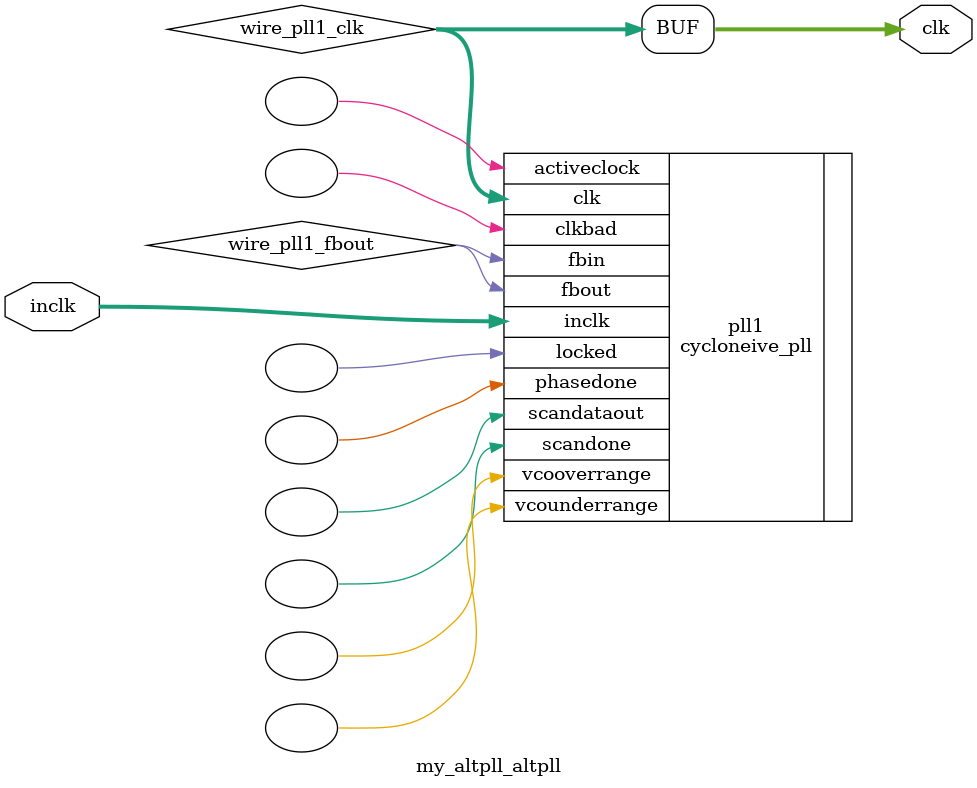
<source format=v>






//synthesis_resources = cycloneive_pll 1 
//synopsys translate_off
`timescale 1 ps / 1 ps
//synopsys translate_on
module  my_altpll_altpll
	( 
	clk,
	inclk) /* synthesis synthesis_clearbox=1 */;
	output   [4:0]  clk;
	input   [1:0]  inclk;
`ifndef ALTERA_RESERVED_QIS
// synopsys translate_off
`endif
	tri0   [1:0]  inclk;
`ifndef ALTERA_RESERVED_QIS
// synopsys translate_on
`endif

	wire  [4:0]   wire_pll1_clk;
	wire  wire_pll1_fbout;

	cycloneive_pll   pll1
	( 
	.activeclock(),
	.clk(wire_pll1_clk),
	.clkbad(),
	.fbin(wire_pll1_fbout),
	.fbout(wire_pll1_fbout),
	.inclk(inclk),
	.locked(),
	.phasedone(),
	.scandataout(),
	.scandone(),
	.vcooverrange(),
	.vcounderrange()
	`ifndef FORMAL_VERIFICATION
	// synopsys translate_off
	`endif
	,
	.areset(1'b0),
	.clkswitch(1'b0),
	.configupdate(1'b0),
	.pfdena(1'b1),
	.phasecounterselect({3{1'b0}}),
	.phasestep(1'b0),
	.phaseupdown(1'b0),
	.scanclk(1'b0),
	.scanclkena(1'b1),
	.scandata(1'b0)
	`ifndef FORMAL_VERIFICATION
	// synopsys translate_on
	`endif
	);
	defparam
		pll1.bandwidth_type = "auto",
		pll1.clk0_divide_by = 1,
		pll1.clk0_duty_cycle = 50,
		pll1.clk0_multiply_by = 1,
		pll1.clk0_phase_shift = "0",
		pll1.clk1_divide_by = 2,
		pll1.clk1_duty_cycle = 50,
		pll1.clk1_multiply_by = 1,
		pll1.clk1_phase_shift = "0",
		pll1.compensate_clock = "clk0",
		pll1.inclk0_input_frequency = 20000,
		pll1.operation_mode = "normal",
		pll1.pll_type = "auto",
		pll1.lpm_type = "cycloneive_pll";
	assign
		clk = {wire_pll1_clk[4:0]};
endmodule //my_altpll_altpll
//VALID FILE

</source>
